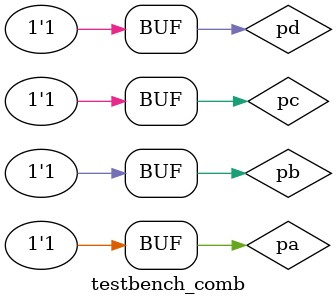
<source format=v>
`timescale 1ns/1ns
`include "com_str.v"
`include "comb_dataflow.v"
`include "comb_behavior.v"
`include "comb_prim.v"

module testbench_comb();
reg pa,pb,pc,pd;
wire str, dataflow, behavior, prim;
parameter LOOP =15;

initial begin
    {pd,pc,pb,pa} = 4'b0;
    repeat (LOOP)begin
        #1 {pd,pc,pb,pa} = {pd,pc,pb,pa}+1;
    end
end

comb_str a1 (str,pa,pb,pc,pd);
comb_dataflow a2 (dataflow,pa,pb,pc,pd);
comb_behavior a3 (behavior,pa,pb,pc,pd);
comb_prim a4 (prim,pa,pb,pc,pd);

initial
    $monitor("At time %4t, DCBA= %4b,str = %b, dataflow = %b, behavior = %b, prim = %b", $time,  {pd,pc,pb,pa},str, dataflow, behavior, prim);

endmodule



</source>
